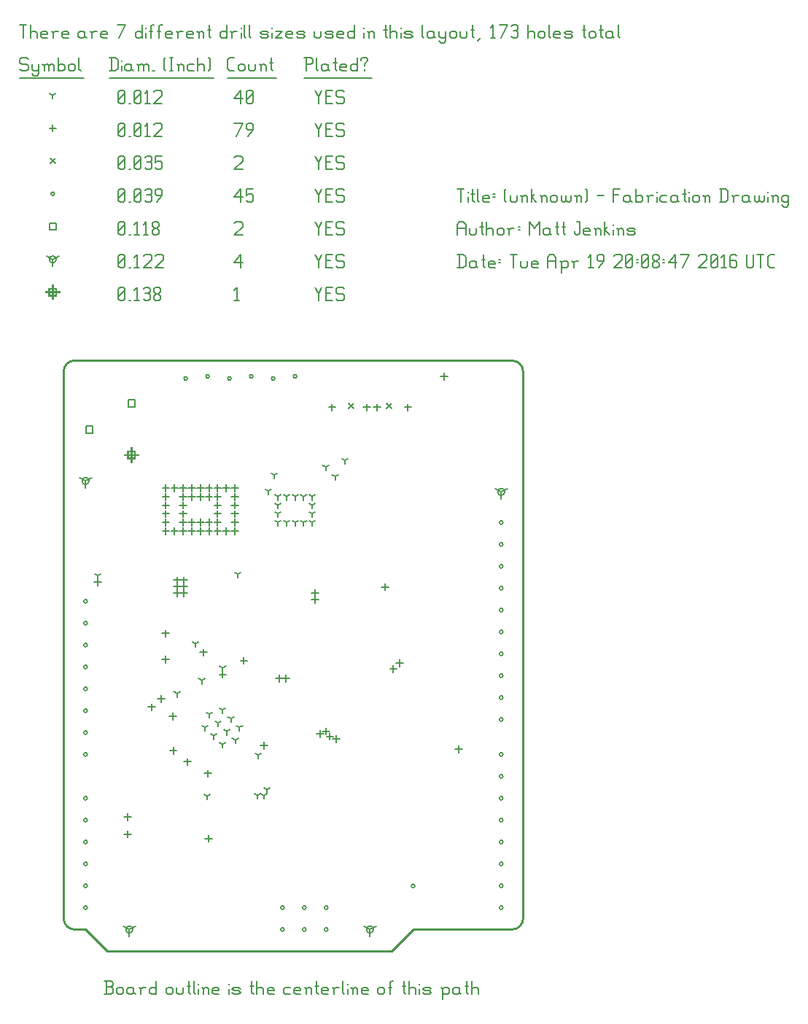
<source format=gbr>
G04 start of page 12 for group -3984 idx -3984 *
G04 Title: (unknown), fab *
G04 Creator: pcb 1.99z *
G04 CreationDate: Tue Apr 19 20:08:47 2016 UTC *
G04 For: matt *
G04 Format: Gerber/RS-274X *
G04 PCB-Dimensions (mil): 2500.00 3000.00 *
G04 PCB-Coordinate-Origin: lower left *
%MOIN*%
%FSLAX25Y25*%
%LNFAB*%
%ADD97C,0.0100*%
%ADD96C,0.0075*%
%ADD95C,0.0060*%
%ADD94R,0.0080X0.0080*%
G54D94*X51000Y240078D02*Y233678D01*
X47800Y236878D02*X54200D01*
X49400Y238478D02*X52600D01*
X49400D02*Y235278D01*
X52600D01*
Y238478D02*Y235278D01*
X15000Y314450D02*Y308050D01*
X11800Y311250D02*X18200D01*
X13400Y312850D02*X16600D01*
X13400D02*Y309650D01*
X16600D01*
Y312850D02*Y309650D01*
G54D95*X135000Y313500D02*X136500Y310500D01*
X138000Y313500D01*
X136500Y310500D02*Y307500D01*
X139800Y310800D02*X142050D01*
X139800Y307500D02*X142800D01*
X139800Y313500D02*Y307500D01*
Y313500D02*X142800D01*
X147600D02*X148350Y312750D01*
X145350Y313500D02*X147600D01*
X144600Y312750D02*X145350Y313500D01*
X144600Y312750D02*Y311250D01*
X145350Y310500D01*
X147600D01*
X148350Y309750D01*
Y308250D01*
X147600Y307500D02*X148350Y308250D01*
X145350Y307500D02*X147600D01*
X144600Y308250D02*X145350Y307500D01*
X98000Y312300D02*X99200Y313500D01*
Y307500D01*
X98000D02*X100250D01*
X45000Y308250D02*X45750Y307500D01*
X45000Y312750D02*Y308250D01*
Y312750D02*X45750Y313500D01*
X47250D01*
X48000Y312750D01*
Y308250D01*
X47250Y307500D02*X48000Y308250D01*
X45750Y307500D02*X47250D01*
X45000Y309000D02*X48000Y312000D01*
X49800Y307500D02*X50550D01*
X52350Y312300D02*X53550Y313500D01*
Y307500D01*
X52350D02*X54600D01*
X56400Y312750D02*X57150Y313500D01*
X58650D01*
X59400Y312750D01*
X58650Y307500D02*X59400Y308250D01*
X57150Y307500D02*X58650D01*
X56400Y308250D02*X57150Y307500D01*
Y310800D02*X58650D01*
X59400Y312750D02*Y311550D01*
Y310050D02*Y308250D01*
Y310050D02*X58650Y310800D01*
X59400Y311550D02*X58650Y310800D01*
X61200Y308250D02*X61950Y307500D01*
X61200Y309450D02*Y308250D01*
Y309450D02*X62250Y310500D01*
X63150D01*
X64200Y309450D01*
Y308250D01*
X63450Y307500D02*X64200Y308250D01*
X61950Y307500D02*X63450D01*
X61200Y311550D02*X62250Y310500D01*
X61200Y312750D02*Y311550D01*
Y312750D02*X61950Y313500D01*
X63450D01*
X64200Y312750D01*
Y311550D01*
X63150Y310500D02*X64200Y311550D01*
X220000Y220000D02*Y216800D01*
Y220000D02*X222773Y221600D01*
X220000Y220000D02*X217227Y221600D01*
X218400Y220000D02*G75*G03X221600Y220000I1600J0D01*G01*
G75*G03X218400Y220000I-1600J0D01*G01*
X160000Y20000D02*Y16800D01*
Y20000D02*X162773Y21600D01*
X160000Y20000D02*X157227Y21600D01*
X158400Y20000D02*G75*G03X161600Y20000I1600J0D01*G01*
G75*G03X158400Y20000I-1600J0D01*G01*
X50000D02*Y16800D01*
Y20000D02*X52773Y21600D01*
X50000Y20000D02*X47227Y21600D01*
X48400Y20000D02*G75*G03X51600Y20000I1600J0D01*G01*
G75*G03X48400Y20000I-1600J0D01*G01*
X30000Y225000D02*Y221800D01*
Y225000D02*X32773Y226600D01*
X30000Y225000D02*X27227Y226600D01*
X28400Y225000D02*G75*G03X31600Y225000I1600J0D01*G01*
G75*G03X28400Y225000I-1600J0D01*G01*
X15000Y326250D02*Y323050D01*
Y326250D02*X17773Y327850D01*
X15000Y326250D02*X12227Y327850D01*
X13400Y326250D02*G75*G03X16600Y326250I1600J0D01*G01*
G75*G03X13400Y326250I-1600J0D01*G01*
X135000Y328500D02*X136500Y325500D01*
X138000Y328500D01*
X136500Y325500D02*Y322500D01*
X139800Y325800D02*X142050D01*
X139800Y322500D02*X142800D01*
X139800Y328500D02*Y322500D01*
Y328500D02*X142800D01*
X147600D02*X148350Y327750D01*
X145350Y328500D02*X147600D01*
X144600Y327750D02*X145350Y328500D01*
X144600Y327750D02*Y326250D01*
X145350Y325500D01*
X147600D01*
X148350Y324750D01*
Y323250D01*
X147600Y322500D02*X148350Y323250D01*
X145350Y322500D02*X147600D01*
X144600Y323250D02*X145350Y322500D01*
X98000Y324750D02*X101000Y328500D01*
X98000Y324750D02*X101750D01*
X101000Y328500D02*Y322500D01*
X45000Y323250D02*X45750Y322500D01*
X45000Y327750D02*Y323250D01*
Y327750D02*X45750Y328500D01*
X47250D01*
X48000Y327750D01*
Y323250D01*
X47250Y322500D02*X48000Y323250D01*
X45750Y322500D02*X47250D01*
X45000Y324000D02*X48000Y327000D01*
X49800Y322500D02*X50550D01*
X52350Y327300D02*X53550Y328500D01*
Y322500D01*
X52350D02*X54600D01*
X56400Y327750D02*X57150Y328500D01*
X59400D01*
X60150Y327750D01*
Y326250D01*
X56400Y322500D02*X60150Y326250D01*
X56400Y322500D02*X60150D01*
X61950Y327750D02*X62700Y328500D01*
X64950D01*
X65700Y327750D01*
Y326250D01*
X61950Y322500D02*X65700Y326250D01*
X61950Y322500D02*X65700D01*
X30109Y250092D02*X33309D01*
X30109D02*Y246892D01*
X33309D01*
Y250092D02*Y246892D01*
X49400Y262100D02*X52600D01*
X49400D02*Y258900D01*
X52600D01*
Y262100D02*Y258900D01*
X13400Y342850D02*X16600D01*
X13400D02*Y339650D01*
X16600D01*
Y342850D02*Y339650D01*
X135000Y343500D02*X136500Y340500D01*
X138000Y343500D01*
X136500Y340500D02*Y337500D01*
X139800Y340800D02*X142050D01*
X139800Y337500D02*X142800D01*
X139800Y343500D02*Y337500D01*
Y343500D02*X142800D01*
X147600D02*X148350Y342750D01*
X145350Y343500D02*X147600D01*
X144600Y342750D02*X145350Y343500D01*
X144600Y342750D02*Y341250D01*
X145350Y340500D01*
X147600D01*
X148350Y339750D01*
Y338250D01*
X147600Y337500D02*X148350Y338250D01*
X145350Y337500D02*X147600D01*
X144600Y338250D02*X145350Y337500D01*
X98000Y342750D02*X98750Y343500D01*
X101000D01*
X101750Y342750D01*
Y341250D01*
X98000Y337500D02*X101750Y341250D01*
X98000Y337500D02*X101750D01*
X45000Y338250D02*X45750Y337500D01*
X45000Y342750D02*Y338250D01*
Y342750D02*X45750Y343500D01*
X47250D01*
X48000Y342750D01*
Y338250D01*
X47250Y337500D02*X48000Y338250D01*
X45750Y337500D02*X47250D01*
X45000Y339000D02*X48000Y342000D01*
X49800Y337500D02*X50550D01*
X52350Y342300D02*X53550Y343500D01*
Y337500D01*
X52350D02*X54600D01*
X56400Y342300D02*X57600Y343500D01*
Y337500D01*
X56400D02*X58650D01*
X60450Y338250D02*X61200Y337500D01*
X60450Y339450D02*Y338250D01*
Y339450D02*X61500Y340500D01*
X62400D01*
X63450Y339450D01*
Y338250D01*
X62700Y337500D02*X63450Y338250D01*
X61200Y337500D02*X62700D01*
X60450Y341550D02*X61500Y340500D01*
X60450Y342750D02*Y341550D01*
Y342750D02*X61200Y343500D01*
X62700D01*
X63450Y342750D01*
Y341550D01*
X62400Y340500D02*X63450Y341550D01*
X29200Y80000D02*G75*G03X30800Y80000I800J0D01*G01*
G75*G03X29200Y80000I-800J0D01*G01*
Y70000D02*G75*G03X30800Y70000I800J0D01*G01*
G75*G03X29200Y70000I-800J0D01*G01*
Y60000D02*G75*G03X30800Y60000I800J0D01*G01*
G75*G03X29200Y60000I-800J0D01*G01*
Y50000D02*G75*G03X30800Y50000I800J0D01*G01*
G75*G03X29200Y50000I-800J0D01*G01*
Y40000D02*G75*G03X30800Y40000I800J0D01*G01*
G75*G03X29200Y40000I-800J0D01*G01*
Y30000D02*G75*G03X30800Y30000I800J0D01*G01*
G75*G03X29200Y30000I-800J0D01*G01*
X139200D02*G75*G03X140800Y30000I800J0D01*G01*
G75*G03X139200Y30000I-800J0D01*G01*
Y20000D02*G75*G03X140800Y20000I800J0D01*G01*
G75*G03X139200Y20000I-800J0D01*G01*
X129200Y30000D02*G75*G03X130800Y30000I800J0D01*G01*
G75*G03X129200Y30000I-800J0D01*G01*
Y20000D02*G75*G03X130800Y20000I800J0D01*G01*
G75*G03X129200Y20000I-800J0D01*G01*
X119200Y30000D02*G75*G03X120800Y30000I800J0D01*G01*
G75*G03X119200Y30000I-800J0D01*G01*
Y20000D02*G75*G03X120800Y20000I800J0D01*G01*
G75*G03X119200Y20000I-800J0D01*G01*
X29200Y170000D02*G75*G03X30800Y170000I800J0D01*G01*
G75*G03X29200Y170000I-800J0D01*G01*
Y160000D02*G75*G03X30800Y160000I800J0D01*G01*
G75*G03X29200Y160000I-800J0D01*G01*
Y150000D02*G75*G03X30800Y150000I800J0D01*G01*
G75*G03X29200Y150000I-800J0D01*G01*
Y140000D02*G75*G03X30800Y140000I800J0D01*G01*
G75*G03X29200Y140000I-800J0D01*G01*
Y130000D02*G75*G03X30800Y130000I800J0D01*G01*
G75*G03X29200Y130000I-800J0D01*G01*
Y120000D02*G75*G03X30800Y120000I800J0D01*G01*
G75*G03X29200Y120000I-800J0D01*G01*
Y110000D02*G75*G03X30800Y110000I800J0D01*G01*
G75*G03X29200Y110000I-800J0D01*G01*
Y100000D02*G75*G03X30800Y100000I800J0D01*G01*
G75*G03X29200Y100000I-800J0D01*G01*
X219200Y30000D02*G75*G03X220800Y30000I800J0D01*G01*
G75*G03X219200Y30000I-800J0D01*G01*
Y40000D02*G75*G03X220800Y40000I800J0D01*G01*
G75*G03X219200Y40000I-800J0D01*G01*
Y50000D02*G75*G03X220800Y50000I800J0D01*G01*
G75*G03X219200Y50000I-800J0D01*G01*
Y60000D02*G75*G03X220800Y60000I800J0D01*G01*
G75*G03X219200Y60000I-800J0D01*G01*
Y70000D02*G75*G03X220800Y70000I800J0D01*G01*
G75*G03X219200Y70000I-800J0D01*G01*
Y80000D02*G75*G03X220800Y80000I800J0D01*G01*
G75*G03X219200Y80000I-800J0D01*G01*
Y90000D02*G75*G03X220800Y90000I800J0D01*G01*
G75*G03X219200Y90000I-800J0D01*G01*
Y100000D02*G75*G03X220800Y100000I800J0D01*G01*
G75*G03X219200Y100000I-800J0D01*G01*
X124987Y272835D02*G75*G03X126587Y272835I800J0D01*G01*
G75*G03X124987Y272835I-800J0D01*G01*
X114987Y271835D02*G75*G03X116587Y271835I800J0D01*G01*
G75*G03X114987Y271835I-800J0D01*G01*
X104987Y272835D02*G75*G03X106587Y272835I800J0D01*G01*
G75*G03X104987Y272835I-800J0D01*G01*
X94987Y271835D02*G75*G03X96587Y271835I800J0D01*G01*
G75*G03X94987Y271835I-800J0D01*G01*
X84987Y272835D02*G75*G03X86587Y272835I800J0D01*G01*
G75*G03X84987Y272835I-800J0D01*G01*
X74987Y271835D02*G75*G03X76587Y271835I800J0D01*G01*
G75*G03X74987Y271835I-800J0D01*G01*
X219200Y116000D02*G75*G03X220800Y116000I800J0D01*G01*
G75*G03X219200Y116000I-800J0D01*G01*
Y126000D02*G75*G03X220800Y126000I800J0D01*G01*
G75*G03X219200Y126000I-800J0D01*G01*
Y136000D02*G75*G03X220800Y136000I800J0D01*G01*
G75*G03X219200Y136000I-800J0D01*G01*
Y146000D02*G75*G03X220800Y146000I800J0D01*G01*
G75*G03X219200Y146000I-800J0D01*G01*
Y156000D02*G75*G03X220800Y156000I800J0D01*G01*
G75*G03X219200Y156000I-800J0D01*G01*
Y166000D02*G75*G03X220800Y166000I800J0D01*G01*
G75*G03X219200Y166000I-800J0D01*G01*
Y176000D02*G75*G03X220800Y176000I800J0D01*G01*
G75*G03X219200Y176000I-800J0D01*G01*
Y186000D02*G75*G03X220800Y186000I800J0D01*G01*
G75*G03X219200Y186000I-800J0D01*G01*
Y196000D02*G75*G03X220800Y196000I800J0D01*G01*
G75*G03X219200Y196000I-800J0D01*G01*
Y206000D02*G75*G03X220800Y206000I800J0D01*G01*
G75*G03X219200Y206000I-800J0D01*G01*
X178940Y39886D02*G75*G03X180540Y39886I800J0D01*G01*
G75*G03X178940Y39886I-800J0D01*G01*
X14200Y356250D02*G75*G03X15800Y356250I800J0D01*G01*
G75*G03X14200Y356250I-800J0D01*G01*
X135000Y358500D02*X136500Y355500D01*
X138000Y358500D01*
X136500Y355500D02*Y352500D01*
X139800Y355800D02*X142050D01*
X139800Y352500D02*X142800D01*
X139800Y358500D02*Y352500D01*
Y358500D02*X142800D01*
X147600D02*X148350Y357750D01*
X145350Y358500D02*X147600D01*
X144600Y357750D02*X145350Y358500D01*
X144600Y357750D02*Y356250D01*
X145350Y355500D01*
X147600D01*
X148350Y354750D01*
Y353250D01*
X147600Y352500D02*X148350Y353250D01*
X145350Y352500D02*X147600D01*
X144600Y353250D02*X145350Y352500D01*
X98000Y354750D02*X101000Y358500D01*
X98000Y354750D02*X101750D01*
X101000Y358500D02*Y352500D01*
X103550Y358500D02*X106550D01*
X103550D02*Y355500D01*
X104300Y356250D01*
X105800D01*
X106550Y355500D01*
Y353250D01*
X105800Y352500D02*X106550Y353250D01*
X104300Y352500D02*X105800D01*
X103550Y353250D02*X104300Y352500D01*
X45000Y353250D02*X45750Y352500D01*
X45000Y357750D02*Y353250D01*
Y357750D02*X45750Y358500D01*
X47250D01*
X48000Y357750D01*
Y353250D01*
X47250Y352500D02*X48000Y353250D01*
X45750Y352500D02*X47250D01*
X45000Y354000D02*X48000Y357000D01*
X49800Y352500D02*X50550D01*
X52350Y353250D02*X53100Y352500D01*
X52350Y357750D02*Y353250D01*
Y357750D02*X53100Y358500D01*
X54600D01*
X55350Y357750D01*
Y353250D01*
X54600Y352500D02*X55350Y353250D01*
X53100Y352500D02*X54600D01*
X52350Y354000D02*X55350Y357000D01*
X57150Y357750D02*X57900Y358500D01*
X59400D01*
X60150Y357750D01*
X59400Y352500D02*X60150Y353250D01*
X57900Y352500D02*X59400D01*
X57150Y353250D02*X57900Y352500D01*
Y355800D02*X59400D01*
X60150Y357750D02*Y356550D01*
Y355050D02*Y353250D01*
Y355050D02*X59400Y355800D01*
X60150Y356550D02*X59400Y355800D01*
X62700Y352500D02*X64950Y355500D01*
Y357750D02*Y355500D01*
X64200Y358500D02*X64950Y357750D01*
X62700Y358500D02*X64200D01*
X61950Y357750D02*X62700Y358500D01*
X61950Y357750D02*Y356250D01*
X62700Y355500D01*
X64950D01*
X150139Y260511D02*X152539Y258111D01*
X150139D02*X152539Y260511D01*
X167461D02*X169861Y258111D01*
X167461D02*X169861Y260511D01*
X13800Y372450D02*X16200Y370050D01*
X13800D02*X16200Y372450D01*
X135000Y373500D02*X136500Y370500D01*
X138000Y373500D01*
X136500Y370500D02*Y367500D01*
X139800Y370800D02*X142050D01*
X139800Y367500D02*X142800D01*
X139800Y373500D02*Y367500D01*
Y373500D02*X142800D01*
X147600D02*X148350Y372750D01*
X145350Y373500D02*X147600D01*
X144600Y372750D02*X145350Y373500D01*
X144600Y372750D02*Y371250D01*
X145350Y370500D01*
X147600D01*
X148350Y369750D01*
Y368250D01*
X147600Y367500D02*X148350Y368250D01*
X145350Y367500D02*X147600D01*
X144600Y368250D02*X145350Y367500D01*
X98000Y372750D02*X98750Y373500D01*
X101000D01*
X101750Y372750D01*
Y371250D01*
X98000Y367500D02*X101750Y371250D01*
X98000Y367500D02*X101750D01*
X45000Y368250D02*X45750Y367500D01*
X45000Y372750D02*Y368250D01*
Y372750D02*X45750Y373500D01*
X47250D01*
X48000Y372750D01*
Y368250D01*
X47250Y367500D02*X48000Y368250D01*
X45750Y367500D02*X47250D01*
X45000Y369000D02*X48000Y372000D01*
X49800Y367500D02*X50550D01*
X52350Y368250D02*X53100Y367500D01*
X52350Y372750D02*Y368250D01*
Y372750D02*X53100Y373500D01*
X54600D01*
X55350Y372750D01*
Y368250D01*
X54600Y367500D02*X55350Y368250D01*
X53100Y367500D02*X54600D01*
X52350Y369000D02*X55350Y372000D01*
X57150Y372750D02*X57900Y373500D01*
X59400D01*
X60150Y372750D01*
X59400Y367500D02*X60150Y368250D01*
X57900Y367500D02*X59400D01*
X57150Y368250D02*X57900Y367500D01*
Y370800D02*X59400D01*
X60150Y372750D02*Y371550D01*
Y370050D02*Y368250D01*
Y370050D02*X59400Y370800D01*
X60150Y371550D02*X59400Y370800D01*
X61950Y373500D02*X64950D01*
X61950D02*Y370500D01*
X62700Y371250D01*
X64200D01*
X64950Y370500D01*
Y368250D01*
X64200Y367500D02*X64950Y368250D01*
X62700Y367500D02*X64200D01*
X61950Y368250D02*X62700Y367500D01*
X158661Y260261D02*Y257061D01*
X157061Y258661D02*X160261D01*
X163189Y260261D02*Y257061D01*
X161589Y258661D02*X164789D01*
X92717Y138214D02*Y135014D01*
X91117Y136614D02*X94317D01*
X85827Y92939D02*Y89739D01*
X84227Y91339D02*X87427D01*
X111614Y105734D02*Y102534D01*
X110014Y104134D02*X113214D01*
X200591Y104159D02*Y100959D01*
X198991Y102559D02*X202191D01*
X144488Y108687D02*Y105487D01*
X142888Y107087D02*X146088D01*
X141732Y109868D02*Y106668D01*
X140132Y108268D02*X143332D01*
X137205Y111049D02*Y107849D01*
X135605Y109449D02*X138805D01*
X49213Y73057D02*Y69857D01*
X47613Y71457D02*X50813D01*
X49213Y65183D02*Y61983D01*
X47613Y63583D02*X50813D01*
X118504Y136443D02*Y133243D01*
X116904Y134843D02*X120104D01*
X121654Y136443D02*Y133243D01*
X120054Y134843D02*X123254D01*
X69882Y119120D02*Y115920D01*
X68282Y117520D02*X71482D01*
X193898Y274435D02*Y271235D01*
X192298Y272835D02*X195498D01*
X60236Y123254D02*Y120054D01*
X58636Y121654D02*X61836D01*
X142717Y260261D02*Y257061D01*
X141117Y258661D02*X144317D01*
X177362Y260261D02*Y257061D01*
X175762Y258661D02*X178962D01*
X66535Y156915D02*Y153715D01*
X64935Y155315D02*X68135D01*
X64567Y126994D02*Y123794D01*
X62967Y125394D02*X66167D01*
X83858Y148254D02*Y145054D01*
X82258Y146654D02*X85458D01*
X66535Y145104D02*Y141904D01*
X64935Y143504D02*X68135D01*
X86220Y63214D02*Y60014D01*
X84620Y61614D02*X87820D01*
X173622Y143332D02*Y140132D01*
X172022Y141732D02*X175222D01*
X170669Y140773D02*Y137573D01*
X169069Y139173D02*X172269D01*
X74803Y178313D02*Y175113D01*
X73203Y176713D02*X76403D01*
X74803Y181265D02*Y178065D01*
X73203Y179665D02*X76403D01*
X74803Y175360D02*Y172160D01*
X73203Y173760D02*X76403D01*
X71850Y178313D02*Y175113D01*
X70250Y176713D02*X73450D01*
X71850Y181265D02*Y178065D01*
X70250Y179665D02*X73450D01*
X71850Y175360D02*Y172160D01*
X70250Y173760D02*X73450D01*
X166929Y178175D02*Y174975D01*
X165329Y176575D02*X168529D01*
X35630Y180340D02*Y177140D01*
X34030Y178740D02*X37230D01*
X134843Y175419D02*Y172219D01*
X133243Y173819D02*X136443D01*
X134843Y172466D02*Y169266D01*
X133243Y170866D02*X136443D01*
X76575Y98254D02*Y95054D01*
X74975Y96654D02*X78175D01*
X70079Y103372D02*Y100172D01*
X68479Y101772D02*X71679D01*
X102362Y144513D02*Y141313D01*
X100762Y142913D02*X103962D01*
X74606Y211580D02*Y208380D01*
X73006Y209980D02*X76206D01*
X74606Y215517D02*Y212317D01*
X73006Y213917D02*X76206D01*
X74606Y219454D02*Y216254D01*
X73006Y217854D02*X76206D01*
X78543Y219454D02*Y216254D01*
X76943Y217854D02*X80143D01*
X82480Y219454D02*Y216254D01*
X80880Y217854D02*X84080D01*
X86417Y219454D02*Y216254D01*
X84817Y217854D02*X88017D01*
X90354Y219454D02*Y216254D01*
X88754Y217854D02*X91954D01*
X90354Y215517D02*Y212317D01*
X88754Y213917D02*X91954D01*
X90354Y211580D02*Y208380D01*
X88754Y209980D02*X91954D01*
X90354Y207643D02*Y204443D01*
X88754Y206043D02*X91954D01*
X86417Y207643D02*Y204443D01*
X84817Y206043D02*X88017D01*
X82480Y207643D02*Y204443D01*
X80880Y206043D02*X84080D01*
X78543Y207643D02*Y204443D01*
X76943Y206043D02*X80143D01*
X74606Y207643D02*Y204443D01*
X73006Y206043D02*X76206D01*
X82480Y223391D02*Y220191D01*
X80880Y221791D02*X84080D01*
X86417Y223391D02*Y220191D01*
X84817Y221791D02*X88017D01*
X90354Y223391D02*Y220191D01*
X88754Y221791D02*X91954D01*
X94291Y223391D02*Y220191D01*
X92691Y221791D02*X95891D01*
X98228Y223391D02*Y220191D01*
X96628Y221791D02*X99828D01*
X98228Y219454D02*Y216254D01*
X96628Y217854D02*X99828D01*
X98228Y215517D02*Y212317D01*
X96628Y213917D02*X99828D01*
X98228Y211580D02*Y208380D01*
X96628Y209980D02*X99828D01*
X98228Y207643D02*Y204443D01*
X96628Y206043D02*X99828D01*
X98228Y203706D02*Y200506D01*
X96628Y202106D02*X99828D01*
X94291Y203706D02*Y200506D01*
X92691Y202106D02*X95891D01*
X90354Y203706D02*Y200506D01*
X88754Y202106D02*X91954D01*
X86417Y203706D02*Y200506D01*
X84817Y202106D02*X88017D01*
X82480Y203706D02*Y200506D01*
X80880Y202106D02*X84080D01*
X78543Y203706D02*Y200506D01*
X76943Y202106D02*X80143D01*
X74606Y203706D02*Y200506D01*
X73006Y202106D02*X76206D01*
X70669Y203706D02*Y200506D01*
X69069Y202106D02*X72269D01*
X66732Y203706D02*Y200506D01*
X65132Y202106D02*X68332D01*
X78543Y223391D02*Y220191D01*
X76943Y221791D02*X80143D01*
X74606Y223391D02*Y220191D01*
X73006Y221791D02*X76206D01*
X70669Y223391D02*Y220191D01*
X69069Y221791D02*X72269D01*
X66732Y223391D02*Y220191D01*
X65132Y221791D02*X68332D01*
X66732Y219454D02*Y216254D01*
X65132Y217854D02*X68332D01*
X66732Y215517D02*Y212317D01*
X65132Y213917D02*X68332D01*
X66732Y211580D02*Y208380D01*
X65132Y209980D02*X68332D01*
X66732Y207643D02*Y204443D01*
X65132Y206043D02*X68332D01*
X139961Y112230D02*Y109030D01*
X138361Y110630D02*X141561D01*
X15000Y387850D02*Y384650D01*
X13400Y386250D02*X16600D01*
X135000Y388500D02*X136500Y385500D01*
X138000Y388500D01*
X136500Y385500D02*Y382500D01*
X139800Y385800D02*X142050D01*
X139800Y382500D02*X142800D01*
X139800Y388500D02*Y382500D01*
Y388500D02*X142800D01*
X147600D02*X148350Y387750D01*
X145350Y388500D02*X147600D01*
X144600Y387750D02*X145350Y388500D01*
X144600Y387750D02*Y386250D01*
X145350Y385500D01*
X147600D01*
X148350Y384750D01*
Y383250D01*
X147600Y382500D02*X148350Y383250D01*
X145350Y382500D02*X147600D01*
X144600Y383250D02*X145350Y382500D01*
X98750D02*X101750Y388500D01*
X98000D02*X101750D01*
X104300Y382500D02*X106550Y385500D01*
Y387750D02*Y385500D01*
X105800Y388500D02*X106550Y387750D01*
X104300Y388500D02*X105800D01*
X103550Y387750D02*X104300Y388500D01*
X103550Y387750D02*Y386250D01*
X104300Y385500D01*
X106550D01*
X45000Y383250D02*X45750Y382500D01*
X45000Y387750D02*Y383250D01*
Y387750D02*X45750Y388500D01*
X47250D01*
X48000Y387750D01*
Y383250D01*
X47250Y382500D02*X48000Y383250D01*
X45750Y382500D02*X47250D01*
X45000Y384000D02*X48000Y387000D01*
X49800Y382500D02*X50550D01*
X52350Y383250D02*X53100Y382500D01*
X52350Y387750D02*Y383250D01*
Y387750D02*X53100Y388500D01*
X54600D01*
X55350Y387750D01*
Y383250D01*
X54600Y382500D02*X55350Y383250D01*
X53100Y382500D02*X54600D01*
X52350Y384000D02*X55350Y387000D01*
X57150Y387300D02*X58350Y388500D01*
Y382500D01*
X57150D02*X59400D01*
X61200Y387750D02*X61950Y388500D01*
X64200D01*
X64950Y387750D01*
Y386250D01*
X61200Y382500D02*X64950Y386250D01*
X61200Y382500D02*X64950D01*
X35630Y181693D02*Y180093D01*
Y181693D02*X37017Y182493D01*
X35630Y181693D02*X34243Y182493D01*
X92717Y139567D02*Y137967D01*
Y139567D02*X94103Y140367D01*
X92717Y139567D02*X91330Y140367D01*
X108858Y99803D02*Y98203D01*
Y99803D02*X110245Y100603D01*
X108858Y99803D02*X107472Y100603D01*
X108465Y81299D02*Y79699D01*
Y81299D02*X109851Y82099D01*
X108465Y81299D02*X107078Y82099D01*
X111417Y81299D02*Y79699D01*
Y81299D02*X112804Y82099D01*
X111417Y81299D02*X110031Y82099D01*
X112992Y83858D02*Y82258D01*
Y83858D02*X114379Y84658D01*
X112992Y83858D02*X111605Y84658D01*
X85630Y80906D02*Y79306D01*
Y80906D02*X87017Y81706D01*
X85630Y80906D02*X84243Y81706D01*
X113583Y220472D02*Y218872D01*
Y220472D02*X114969Y221272D01*
X113583Y220472D02*X112196Y221272D01*
X99606Y182480D02*Y180880D01*
Y182480D02*X100993Y183280D01*
X99606Y182480D02*X98220Y183280D01*
X90531Y114469D02*Y112869D01*
Y114469D02*X91918Y115269D01*
X90531Y114469D02*X89145Y115269D01*
X86594Y118406D02*Y116806D01*
Y118406D02*X87981Y119206D01*
X86594Y118406D02*X85208Y119206D01*
X94469Y110531D02*Y108931D01*
Y110531D02*X95855Y111331D01*
X94469Y110531D02*X93082Y111331D01*
X98406Y106594D02*Y104994D01*
Y106594D02*X99792Y107394D01*
X98406Y106594D02*X97019Y107394D01*
X100374Y112500D02*Y110900D01*
Y112500D02*X101761Y113300D01*
X100374Y112500D02*X98987Y113300D01*
X96437Y116437D02*Y114837D01*
Y116437D02*X97824Y117237D01*
X96437Y116437D02*X95050Y117237D01*
X92500Y120374D02*Y118774D01*
Y120374D02*X93887Y121174D01*
X92500Y120374D02*X91113Y121174D01*
X84626Y112500D02*Y110900D01*
Y112500D02*X86013Y113300D01*
X84626Y112500D02*X83239Y113300D01*
X88563Y108563D02*Y106963D01*
Y108563D02*X89950Y109363D01*
X88563Y108563D02*X87176Y109363D01*
X92500Y104626D02*Y103026D01*
Y104626D02*X93887Y105426D01*
X92500Y104626D02*X91113Y105426D01*
X117913Y209980D02*Y208380D01*
Y209980D02*X119300Y210780D01*
X117913Y209980D02*X116527Y210780D01*
X117913Y213917D02*Y212317D01*
Y213917D02*X119300Y214717D01*
X117913Y213917D02*X116527Y214717D01*
X117913Y217854D02*Y216254D01*
Y217854D02*X119300Y218654D01*
X117913Y217854D02*X116527Y218654D01*
X121850Y217854D02*Y216254D01*
Y217854D02*X123237Y218654D01*
X121850Y217854D02*X120464Y218654D01*
X125787Y217854D02*Y216254D01*
Y217854D02*X127174Y218654D01*
X125787Y217854D02*X124401Y218654D01*
X129724Y217854D02*Y216254D01*
Y217854D02*X131111Y218654D01*
X129724Y217854D02*X128338Y218654D01*
X133661Y217854D02*Y216254D01*
Y217854D02*X135048Y218654D01*
X133661Y217854D02*X132275Y218654D01*
X133661Y213917D02*Y212317D01*
Y213917D02*X135048Y214717D01*
X133661Y213917D02*X132275Y214717D01*
X133661Y209980D02*Y208380D01*
Y209980D02*X135048Y210780D01*
X133661Y209980D02*X132275Y210780D01*
X133661Y206043D02*Y204443D01*
Y206043D02*X135048Y206843D01*
X133661Y206043D02*X132275Y206843D01*
X129724Y206043D02*Y204443D01*
Y206043D02*X131111Y206843D01*
X129724Y206043D02*X128338Y206843D01*
X125787Y206043D02*Y204443D01*
Y206043D02*X127174Y206843D01*
X125787Y206043D02*X124401Y206843D01*
X121850Y206043D02*Y204443D01*
Y206043D02*X123237Y206843D01*
X121850Y206043D02*X120464Y206843D01*
X117913Y206043D02*Y204443D01*
Y206043D02*X119300Y206843D01*
X117913Y206043D02*X116527Y206843D01*
X139764Y231496D02*Y229896D01*
Y231496D02*X141150Y232296D01*
X139764Y231496D02*X138377Y232296D01*
X116142Y227756D02*Y226156D01*
Y227756D02*X117528Y228556D01*
X116142Y227756D02*X114755Y228556D01*
X144094Y226969D02*Y225369D01*
Y226969D02*X145481Y227769D01*
X144094Y226969D02*X142708Y227769D01*
X148622Y234449D02*Y232849D01*
Y234449D02*X150009Y235249D01*
X148622Y234449D02*X147235Y235249D01*
X83071Y133858D02*Y132258D01*
Y133858D02*X84458Y134658D01*
X83071Y133858D02*X81684Y134658D01*
X80315Y150591D02*Y148991D01*
Y150591D02*X81702Y151391D01*
X80315Y150591D02*X78928Y151391D01*
X71740Y127886D02*Y126286D01*
Y127886D02*X73127Y128686D01*
X71740Y127886D02*X70353Y128686D01*
X15000Y401250D02*Y399650D01*
Y401250D02*X16387Y402050D01*
X15000Y401250D02*X13613Y402050D01*
X135000Y403500D02*X136500Y400500D01*
X138000Y403500D01*
X136500Y400500D02*Y397500D01*
X139800Y400800D02*X142050D01*
X139800Y397500D02*X142800D01*
X139800Y403500D02*Y397500D01*
Y403500D02*X142800D01*
X147600D02*X148350Y402750D01*
X145350Y403500D02*X147600D01*
X144600Y402750D02*X145350Y403500D01*
X144600Y402750D02*Y401250D01*
X145350Y400500D01*
X147600D01*
X148350Y399750D01*
Y398250D01*
X147600Y397500D02*X148350Y398250D01*
X145350Y397500D02*X147600D01*
X144600Y398250D02*X145350Y397500D01*
X98000Y399750D02*X101000Y403500D01*
X98000Y399750D02*X101750D01*
X101000Y403500D02*Y397500D01*
X103550Y398250D02*X104300Y397500D01*
X103550Y402750D02*Y398250D01*
Y402750D02*X104300Y403500D01*
X105800D01*
X106550Y402750D01*
Y398250D01*
X105800Y397500D02*X106550Y398250D01*
X104300Y397500D02*X105800D01*
X103550Y399000D02*X106550Y402000D01*
X45000Y398250D02*X45750Y397500D01*
X45000Y402750D02*Y398250D01*
Y402750D02*X45750Y403500D01*
X47250D01*
X48000Y402750D01*
Y398250D01*
X47250Y397500D02*X48000Y398250D01*
X45750Y397500D02*X47250D01*
X45000Y399000D02*X48000Y402000D01*
X49800Y397500D02*X50550D01*
X52350Y398250D02*X53100Y397500D01*
X52350Y402750D02*Y398250D01*
Y402750D02*X53100Y403500D01*
X54600D01*
X55350Y402750D01*
Y398250D01*
X54600Y397500D02*X55350Y398250D01*
X53100Y397500D02*X54600D01*
X52350Y399000D02*X55350Y402000D01*
X57150Y402300D02*X58350Y403500D01*
Y397500D01*
X57150D02*X59400D01*
X61200Y402750D02*X61950Y403500D01*
X64200D01*
X64950Y402750D01*
Y401250D01*
X61200Y397500D02*X64950Y401250D01*
X61200Y397500D02*X64950D01*
X3000Y418500D02*X3750Y417750D01*
X750Y418500D02*X3000D01*
X0Y417750D02*X750Y418500D01*
X0Y417750D02*Y416250D01*
X750Y415500D01*
X3000D01*
X3750Y414750D01*
Y413250D01*
X3000Y412500D02*X3750Y413250D01*
X750Y412500D02*X3000D01*
X0Y413250D02*X750Y412500D01*
X5550Y415500D02*Y413250D01*
X6300Y412500D01*
X8550Y415500D02*Y411000D01*
X7800Y410250D02*X8550Y411000D01*
X6300Y410250D02*X7800D01*
X5550Y411000D02*X6300Y410250D01*
Y412500D02*X7800D01*
X8550Y413250D01*
X11100Y414750D02*Y412500D01*
Y414750D02*X11850Y415500D01*
X12600D01*
X13350Y414750D01*
Y412500D01*
Y414750D02*X14100Y415500D01*
X14850D01*
X15600Y414750D01*
Y412500D01*
X10350Y415500D02*X11100Y414750D01*
X17400Y418500D02*Y412500D01*
Y413250D02*X18150Y412500D01*
X19650D01*
X20400Y413250D01*
Y414750D02*Y413250D01*
X19650Y415500D02*X20400Y414750D01*
X18150Y415500D02*X19650D01*
X17400Y414750D02*X18150Y415500D01*
X22200Y414750D02*Y413250D01*
Y414750D02*X22950Y415500D01*
X24450D01*
X25200Y414750D01*
Y413250D01*
X24450Y412500D02*X25200Y413250D01*
X22950Y412500D02*X24450D01*
X22200Y413250D02*X22950Y412500D01*
X27000Y418500D02*Y413250D01*
X27750Y412500D01*
X0Y409250D02*X29250D01*
X41750Y418500D02*Y412500D01*
X43700Y418500D02*X44750Y417450D01*
Y413550D01*
X43700Y412500D02*X44750Y413550D01*
X41000Y412500D02*X43700D01*
X41000Y418500D02*X43700D01*
G54D96*X46550Y417000D02*Y416850D01*
G54D95*Y414750D02*Y412500D01*
X50300Y415500D02*X51050Y414750D01*
X48800Y415500D02*X50300D01*
X48050Y414750D02*X48800Y415500D01*
X48050Y414750D02*Y413250D01*
X48800Y412500D01*
X51050Y415500D02*Y413250D01*
X51800Y412500D01*
X48800D02*X50300D01*
X51050Y413250D01*
X54350Y414750D02*Y412500D01*
Y414750D02*X55100Y415500D01*
X55850D01*
X56600Y414750D01*
Y412500D01*
Y414750D02*X57350Y415500D01*
X58100D01*
X58850Y414750D01*
Y412500D01*
X53600Y415500D02*X54350Y414750D01*
X60650Y412500D02*X61400D01*
X65900Y413250D02*X66650Y412500D01*
X65900Y417750D02*X66650Y418500D01*
X65900Y417750D02*Y413250D01*
X68450Y418500D02*X69950D01*
X69200D02*Y412500D01*
X68450D02*X69950D01*
X72500Y414750D02*Y412500D01*
Y414750D02*X73250Y415500D01*
X74000D01*
X74750Y414750D01*
Y412500D01*
X71750Y415500D02*X72500Y414750D01*
X77300Y415500D02*X79550D01*
X76550Y414750D02*X77300Y415500D01*
X76550Y414750D02*Y413250D01*
X77300Y412500D01*
X79550D01*
X81350Y418500D02*Y412500D01*
Y414750D02*X82100Y415500D01*
X83600D01*
X84350Y414750D01*
Y412500D01*
X86150Y418500D02*X86900Y417750D01*
Y413250D01*
X86150Y412500D02*X86900Y413250D01*
X41000Y409250D02*X88700D01*
X96050Y412500D02*X98000D01*
X95000Y413550D02*X96050Y412500D01*
X95000Y417450D02*Y413550D01*
Y417450D02*X96050Y418500D01*
X98000D01*
X99800Y414750D02*Y413250D01*
Y414750D02*X100550Y415500D01*
X102050D01*
X102800Y414750D01*
Y413250D01*
X102050Y412500D02*X102800Y413250D01*
X100550Y412500D02*X102050D01*
X99800Y413250D02*X100550Y412500D01*
X104600Y415500D02*Y413250D01*
X105350Y412500D01*
X106850D01*
X107600Y413250D01*
Y415500D02*Y413250D01*
X110150Y414750D02*Y412500D01*
Y414750D02*X110900Y415500D01*
X111650D01*
X112400Y414750D01*
Y412500D01*
X109400Y415500D02*X110150Y414750D01*
X114950Y418500D02*Y413250D01*
X115700Y412500D01*
X114200Y416250D02*X115700D01*
X95000Y409250D02*X117200D01*
X130750Y418500D02*Y412500D01*
X130000Y418500D02*X133000D01*
X133750Y417750D01*
Y416250D01*
X133000Y415500D02*X133750Y416250D01*
X130750Y415500D02*X133000D01*
X135550Y418500D02*Y413250D01*
X136300Y412500D01*
X140050Y415500D02*X140800Y414750D01*
X138550Y415500D02*X140050D01*
X137800Y414750D02*X138550Y415500D01*
X137800Y414750D02*Y413250D01*
X138550Y412500D01*
X140800Y415500D02*Y413250D01*
X141550Y412500D01*
X138550D02*X140050D01*
X140800Y413250D01*
X144100Y418500D02*Y413250D01*
X144850Y412500D01*
X143350Y416250D02*X144850D01*
X147100Y412500D02*X149350D01*
X146350Y413250D02*X147100Y412500D01*
X146350Y414750D02*Y413250D01*
Y414750D02*X147100Y415500D01*
X148600D01*
X149350Y414750D01*
X146350Y414000D02*X149350D01*
Y414750D02*Y414000D01*
X154150Y418500D02*Y412500D01*
X153400D02*X154150Y413250D01*
X151900Y412500D02*X153400D01*
X151150Y413250D02*X151900Y412500D01*
X151150Y414750D02*Y413250D01*
Y414750D02*X151900Y415500D01*
X153400D01*
X154150Y414750D01*
X157450Y415500D02*Y414750D01*
Y413250D02*Y412500D01*
X155950Y417750D02*Y417000D01*
Y417750D02*X156700Y418500D01*
X158200D01*
X158950Y417750D01*
Y417000D01*
X157450Y415500D02*X158950Y417000D01*
X130000Y409250D02*X160750D01*
X0Y433500D02*X3000D01*
X1500D02*Y427500D01*
X4800Y433500D02*Y427500D01*
Y429750D02*X5550Y430500D01*
X7050D01*
X7800Y429750D01*
Y427500D01*
X10350D02*X12600D01*
X9600Y428250D02*X10350Y427500D01*
X9600Y429750D02*Y428250D01*
Y429750D02*X10350Y430500D01*
X11850D01*
X12600Y429750D01*
X9600Y429000D02*X12600D01*
Y429750D02*Y429000D01*
X15150Y429750D02*Y427500D01*
Y429750D02*X15900Y430500D01*
X17400D01*
X14400D02*X15150Y429750D01*
X19950Y427500D02*X22200D01*
X19200Y428250D02*X19950Y427500D01*
X19200Y429750D02*Y428250D01*
Y429750D02*X19950Y430500D01*
X21450D01*
X22200Y429750D01*
X19200Y429000D02*X22200D01*
Y429750D02*Y429000D01*
X28950Y430500D02*X29700Y429750D01*
X27450Y430500D02*X28950D01*
X26700Y429750D02*X27450Y430500D01*
X26700Y429750D02*Y428250D01*
X27450Y427500D01*
X29700Y430500D02*Y428250D01*
X30450Y427500D01*
X27450D02*X28950D01*
X29700Y428250D01*
X33000Y429750D02*Y427500D01*
Y429750D02*X33750Y430500D01*
X35250D01*
X32250D02*X33000Y429750D01*
X37800Y427500D02*X40050D01*
X37050Y428250D02*X37800Y427500D01*
X37050Y429750D02*Y428250D01*
Y429750D02*X37800Y430500D01*
X39300D01*
X40050Y429750D01*
X37050Y429000D02*X40050D01*
Y429750D02*Y429000D01*
X45300Y427500D02*X48300Y433500D01*
X44550D02*X48300D01*
X55800D02*Y427500D01*
X55050D02*X55800Y428250D01*
X53550Y427500D02*X55050D01*
X52800Y428250D02*X53550Y427500D01*
X52800Y429750D02*Y428250D01*
Y429750D02*X53550Y430500D01*
X55050D01*
X55800Y429750D01*
G54D96*X57600Y432000D02*Y431850D01*
G54D95*Y429750D02*Y427500D01*
X59850Y432750D02*Y427500D01*
Y432750D02*X60600Y433500D01*
X61350D01*
X59100Y430500D02*X60600D01*
X63600Y432750D02*Y427500D01*
Y432750D02*X64350Y433500D01*
X65100D01*
X62850Y430500D02*X64350D01*
X67350Y427500D02*X69600D01*
X66600Y428250D02*X67350Y427500D01*
X66600Y429750D02*Y428250D01*
Y429750D02*X67350Y430500D01*
X68850D01*
X69600Y429750D01*
X66600Y429000D02*X69600D01*
Y429750D02*Y429000D01*
X72150Y429750D02*Y427500D01*
Y429750D02*X72900Y430500D01*
X74400D01*
X71400D02*X72150Y429750D01*
X76950Y427500D02*X79200D01*
X76200Y428250D02*X76950Y427500D01*
X76200Y429750D02*Y428250D01*
Y429750D02*X76950Y430500D01*
X78450D01*
X79200Y429750D01*
X76200Y429000D02*X79200D01*
Y429750D02*Y429000D01*
X81750Y429750D02*Y427500D01*
Y429750D02*X82500Y430500D01*
X83250D01*
X84000Y429750D01*
Y427500D01*
X81000Y430500D02*X81750Y429750D01*
X86550Y433500D02*Y428250D01*
X87300Y427500D01*
X85800Y431250D02*X87300D01*
X94500Y433500D02*Y427500D01*
X93750D02*X94500Y428250D01*
X92250Y427500D02*X93750D01*
X91500Y428250D02*X92250Y427500D01*
X91500Y429750D02*Y428250D01*
Y429750D02*X92250Y430500D01*
X93750D01*
X94500Y429750D01*
X97050D02*Y427500D01*
Y429750D02*X97800Y430500D01*
X99300D01*
X96300D02*X97050Y429750D01*
G54D96*X101100Y432000D02*Y431850D01*
G54D95*Y429750D02*Y427500D01*
X102600Y433500D02*Y428250D01*
X103350Y427500D01*
X104850Y433500D02*Y428250D01*
X105600Y427500D01*
X110550D02*X112800D01*
X113550Y428250D01*
X112800Y429000D02*X113550Y428250D01*
X110550Y429000D02*X112800D01*
X109800Y429750D02*X110550Y429000D01*
X109800Y429750D02*X110550Y430500D01*
X112800D01*
X113550Y429750D01*
X109800Y428250D02*X110550Y427500D01*
G54D96*X115350Y432000D02*Y431850D01*
G54D95*Y429750D02*Y427500D01*
X116850Y430500D02*X119850D01*
X116850Y427500D02*X119850Y430500D01*
X116850Y427500D02*X119850D01*
X122400D02*X124650D01*
X121650Y428250D02*X122400Y427500D01*
X121650Y429750D02*Y428250D01*
Y429750D02*X122400Y430500D01*
X123900D01*
X124650Y429750D01*
X121650Y429000D02*X124650D01*
Y429750D02*Y429000D01*
X127200Y427500D02*X129450D01*
X130200Y428250D01*
X129450Y429000D02*X130200Y428250D01*
X127200Y429000D02*X129450D01*
X126450Y429750D02*X127200Y429000D01*
X126450Y429750D02*X127200Y430500D01*
X129450D01*
X130200Y429750D01*
X126450Y428250D02*X127200Y427500D01*
X134700Y430500D02*Y428250D01*
X135450Y427500D01*
X136950D01*
X137700Y428250D01*
Y430500D02*Y428250D01*
X140250Y427500D02*X142500D01*
X143250Y428250D01*
X142500Y429000D02*X143250Y428250D01*
X140250Y429000D02*X142500D01*
X139500Y429750D02*X140250Y429000D01*
X139500Y429750D02*X140250Y430500D01*
X142500D01*
X143250Y429750D01*
X139500Y428250D02*X140250Y427500D01*
X145800D02*X148050D01*
X145050Y428250D02*X145800Y427500D01*
X145050Y429750D02*Y428250D01*
Y429750D02*X145800Y430500D01*
X147300D01*
X148050Y429750D01*
X145050Y429000D02*X148050D01*
Y429750D02*Y429000D01*
X152850Y433500D02*Y427500D01*
X152100D02*X152850Y428250D01*
X150600Y427500D02*X152100D01*
X149850Y428250D02*X150600Y427500D01*
X149850Y429750D02*Y428250D01*
Y429750D02*X150600Y430500D01*
X152100D01*
X152850Y429750D01*
G54D96*X157350Y432000D02*Y431850D01*
G54D95*Y429750D02*Y427500D01*
X159600Y429750D02*Y427500D01*
Y429750D02*X160350Y430500D01*
X161100D01*
X161850Y429750D01*
Y427500D01*
X158850Y430500D02*X159600Y429750D01*
X167100Y433500D02*Y428250D01*
X167850Y427500D01*
X166350Y431250D02*X167850D01*
X169350Y433500D02*Y427500D01*
Y429750D02*X170100Y430500D01*
X171600D01*
X172350Y429750D01*
Y427500D01*
G54D96*X174150Y432000D02*Y431850D01*
G54D95*Y429750D02*Y427500D01*
X176400D02*X178650D01*
X179400Y428250D01*
X178650Y429000D02*X179400Y428250D01*
X176400Y429000D02*X178650D01*
X175650Y429750D02*X176400Y429000D01*
X175650Y429750D02*X176400Y430500D01*
X178650D01*
X179400Y429750D01*
X175650Y428250D02*X176400Y427500D01*
X183900Y433500D02*Y428250D01*
X184650Y427500D01*
X188400Y430500D02*X189150Y429750D01*
X186900Y430500D02*X188400D01*
X186150Y429750D02*X186900Y430500D01*
X186150Y429750D02*Y428250D01*
X186900Y427500D01*
X189150Y430500D02*Y428250D01*
X189900Y427500D01*
X186900D02*X188400D01*
X189150Y428250D01*
X191700Y430500D02*Y428250D01*
X192450Y427500D01*
X194700Y430500D02*Y426000D01*
X193950Y425250D02*X194700Y426000D01*
X192450Y425250D02*X193950D01*
X191700Y426000D02*X192450Y425250D01*
Y427500D02*X193950D01*
X194700Y428250D01*
X196500Y429750D02*Y428250D01*
Y429750D02*X197250Y430500D01*
X198750D01*
X199500Y429750D01*
Y428250D01*
X198750Y427500D02*X199500Y428250D01*
X197250Y427500D02*X198750D01*
X196500Y428250D02*X197250Y427500D01*
X201300Y430500D02*Y428250D01*
X202050Y427500D01*
X203550D01*
X204300Y428250D01*
Y430500D02*Y428250D01*
X206850Y433500D02*Y428250D01*
X207600Y427500D01*
X206100Y431250D02*X207600D01*
X209100Y426000D02*X210600Y427500D01*
X215100Y432300D02*X216300Y433500D01*
Y427500D01*
X215100D02*X217350D01*
X219900D02*X222900Y433500D01*
X219150D02*X222900D01*
X224700Y432750D02*X225450Y433500D01*
X226950D01*
X227700Y432750D01*
X226950Y427500D02*X227700Y428250D01*
X225450Y427500D02*X226950D01*
X224700Y428250D02*X225450Y427500D01*
Y430800D02*X226950D01*
X227700Y432750D02*Y431550D01*
Y430050D02*Y428250D01*
Y430050D02*X226950Y430800D01*
X227700Y431550D02*X226950Y430800D01*
X232200Y433500D02*Y427500D01*
Y429750D02*X232950Y430500D01*
X234450D01*
X235200Y429750D01*
Y427500D01*
X237000Y429750D02*Y428250D01*
Y429750D02*X237750Y430500D01*
X239250D01*
X240000Y429750D01*
Y428250D01*
X239250Y427500D02*X240000Y428250D01*
X237750Y427500D02*X239250D01*
X237000Y428250D02*X237750Y427500D01*
X241800Y433500D02*Y428250D01*
X242550Y427500D01*
X244800D02*X247050D01*
X244050Y428250D02*X244800Y427500D01*
X244050Y429750D02*Y428250D01*
Y429750D02*X244800Y430500D01*
X246300D01*
X247050Y429750D01*
X244050Y429000D02*X247050D01*
Y429750D02*Y429000D01*
X249600Y427500D02*X251850D01*
X252600Y428250D01*
X251850Y429000D02*X252600Y428250D01*
X249600Y429000D02*X251850D01*
X248850Y429750D02*X249600Y429000D01*
X248850Y429750D02*X249600Y430500D01*
X251850D01*
X252600Y429750D01*
X248850Y428250D02*X249600Y427500D01*
X257850Y433500D02*Y428250D01*
X258600Y427500D01*
X257100Y431250D02*X258600D01*
X260100Y429750D02*Y428250D01*
Y429750D02*X260850Y430500D01*
X262350D01*
X263100Y429750D01*
Y428250D01*
X262350Y427500D02*X263100Y428250D01*
X260850Y427500D02*X262350D01*
X260100Y428250D02*X260850Y427500D01*
X265650Y433500D02*Y428250D01*
X266400Y427500D01*
X264900Y431250D02*X266400D01*
X270150Y430500D02*X270900Y429750D01*
X268650Y430500D02*X270150D01*
X267900Y429750D02*X268650Y430500D01*
X267900Y429750D02*Y428250D01*
X268650Y427500D01*
X270900Y430500D02*Y428250D01*
X271650Y427500D01*
X268650D02*X270150D01*
X270900Y428250D01*
X273450Y433500D02*Y428250D01*
X274200Y427500D01*
G54D97*X25000Y280000D02*X225000D01*
X230000Y275000D02*Y25000D01*
X225000Y20000D02*X180000D01*
X170000Y10000D01*
X40000D01*
X30000Y20000D01*
X25000D01*
X20000Y25000D02*Y275000D01*
G75*G02X25000Y280000I5000J0D01*G01*
X225000D02*G75*G02X230000Y275000I0J-5000D01*G01*
X20000Y25000D02*G75*G03X25000Y20000I5000J0D01*G01*
X230000Y25000D02*G75*G02X225000Y20000I-5000J0D01*G01*
G54D95*X38675Y-9500D02*X41675D01*
X42425Y-8750D01*
Y-6950D02*Y-8750D01*
X41675Y-6200D02*X42425Y-6950D01*
X39425Y-6200D02*X41675D01*
X39425Y-3500D02*Y-9500D01*
X38675Y-3500D02*X41675D01*
X42425Y-4250D01*
Y-5450D01*
X41675Y-6200D02*X42425Y-5450D01*
X44225Y-7250D02*Y-8750D01*
Y-7250D02*X44975Y-6500D01*
X46475D01*
X47225Y-7250D01*
Y-8750D01*
X46475Y-9500D02*X47225Y-8750D01*
X44975Y-9500D02*X46475D01*
X44225Y-8750D02*X44975Y-9500D01*
X51275Y-6500D02*X52025Y-7250D01*
X49775Y-6500D02*X51275D01*
X49025Y-7250D02*X49775Y-6500D01*
X49025Y-7250D02*Y-8750D01*
X49775Y-9500D01*
X52025Y-6500D02*Y-8750D01*
X52775Y-9500D01*
X49775D02*X51275D01*
X52025Y-8750D01*
X55325Y-7250D02*Y-9500D01*
Y-7250D02*X56075Y-6500D01*
X57575D01*
X54575D02*X55325Y-7250D01*
X62375Y-3500D02*Y-9500D01*
X61625D02*X62375Y-8750D01*
X60125Y-9500D02*X61625D01*
X59375Y-8750D02*X60125Y-9500D01*
X59375Y-7250D02*Y-8750D01*
Y-7250D02*X60125Y-6500D01*
X61625D01*
X62375Y-7250D01*
X66875D02*Y-8750D01*
Y-7250D02*X67625Y-6500D01*
X69125D01*
X69875Y-7250D01*
Y-8750D01*
X69125Y-9500D02*X69875Y-8750D01*
X67625Y-9500D02*X69125D01*
X66875Y-8750D02*X67625Y-9500D01*
X71675Y-6500D02*Y-8750D01*
X72425Y-9500D01*
X73925D01*
X74675Y-8750D01*
Y-6500D02*Y-8750D01*
X77225Y-3500D02*Y-8750D01*
X77975Y-9500D01*
X76475Y-5750D02*X77975D01*
X79475Y-3500D02*Y-8750D01*
X80225Y-9500D01*
G54D96*X81725Y-5000D02*Y-5150D01*
G54D95*Y-7250D02*Y-9500D01*
X83975Y-7250D02*Y-9500D01*
Y-7250D02*X84725Y-6500D01*
X85475D01*
X86225Y-7250D01*
Y-9500D01*
X83225Y-6500D02*X83975Y-7250D01*
X88775Y-9500D02*X91025D01*
X88025Y-8750D02*X88775Y-9500D01*
X88025Y-7250D02*Y-8750D01*
Y-7250D02*X88775Y-6500D01*
X90275D01*
X91025Y-7250D01*
X88025Y-8000D02*X91025D01*
Y-7250D02*Y-8000D01*
G54D96*X95525Y-5000D02*Y-5150D01*
G54D95*Y-7250D02*Y-9500D01*
X97775D02*X100025D01*
X100775Y-8750D01*
X100025Y-8000D02*X100775Y-8750D01*
X97775Y-8000D02*X100025D01*
X97025Y-7250D02*X97775Y-8000D01*
X97025Y-7250D02*X97775Y-6500D01*
X100025D01*
X100775Y-7250D01*
X97025Y-8750D02*X97775Y-9500D01*
X106025Y-3500D02*Y-8750D01*
X106775Y-9500D01*
X105275Y-5750D02*X106775D01*
X108275Y-3500D02*Y-9500D01*
Y-7250D02*X109025Y-6500D01*
X110525D01*
X111275Y-7250D01*
Y-9500D01*
X113825D02*X116075D01*
X113075Y-8750D02*X113825Y-9500D01*
X113075Y-7250D02*Y-8750D01*
Y-7250D02*X113825Y-6500D01*
X115325D01*
X116075Y-7250D01*
X113075Y-8000D02*X116075D01*
Y-7250D02*Y-8000D01*
X121325Y-6500D02*X123575D01*
X120575Y-7250D02*X121325Y-6500D01*
X120575Y-7250D02*Y-8750D01*
X121325Y-9500D01*
X123575D01*
X126125D02*X128375D01*
X125375Y-8750D02*X126125Y-9500D01*
X125375Y-7250D02*Y-8750D01*
Y-7250D02*X126125Y-6500D01*
X127625D01*
X128375Y-7250D01*
X125375Y-8000D02*X128375D01*
Y-7250D02*Y-8000D01*
X130925Y-7250D02*Y-9500D01*
Y-7250D02*X131675Y-6500D01*
X132425D01*
X133175Y-7250D01*
Y-9500D01*
X130175Y-6500D02*X130925Y-7250D01*
X135725Y-3500D02*Y-8750D01*
X136475Y-9500D01*
X134975Y-5750D02*X136475D01*
X138725Y-9500D02*X140975D01*
X137975Y-8750D02*X138725Y-9500D01*
X137975Y-7250D02*Y-8750D01*
Y-7250D02*X138725Y-6500D01*
X140225D01*
X140975Y-7250D01*
X137975Y-8000D02*X140975D01*
Y-7250D02*Y-8000D01*
X143525Y-7250D02*Y-9500D01*
Y-7250D02*X144275Y-6500D01*
X145775D01*
X142775D02*X143525Y-7250D01*
X147575Y-3500D02*Y-8750D01*
X148325Y-9500D01*
G54D96*X149825Y-5000D02*Y-5150D01*
G54D95*Y-7250D02*Y-9500D01*
X152075Y-7250D02*Y-9500D01*
Y-7250D02*X152825Y-6500D01*
X153575D01*
X154325Y-7250D01*
Y-9500D01*
X151325Y-6500D02*X152075Y-7250D01*
X156875Y-9500D02*X159125D01*
X156125Y-8750D02*X156875Y-9500D01*
X156125Y-7250D02*Y-8750D01*
Y-7250D02*X156875Y-6500D01*
X158375D01*
X159125Y-7250D01*
X156125Y-8000D02*X159125D01*
Y-7250D02*Y-8000D01*
X163625Y-7250D02*Y-8750D01*
Y-7250D02*X164375Y-6500D01*
X165875D01*
X166625Y-7250D01*
Y-8750D01*
X165875Y-9500D02*X166625Y-8750D01*
X164375Y-9500D02*X165875D01*
X163625Y-8750D02*X164375Y-9500D01*
X169175Y-4250D02*Y-9500D01*
Y-4250D02*X169925Y-3500D01*
X170675D01*
X168425Y-6500D02*X169925D01*
X175625Y-3500D02*Y-8750D01*
X176375Y-9500D01*
X174875Y-5750D02*X176375D01*
X177875Y-3500D02*Y-9500D01*
Y-7250D02*X178625Y-6500D01*
X180125D01*
X180875Y-7250D01*
Y-9500D01*
G54D96*X182675Y-5000D02*Y-5150D01*
G54D95*Y-7250D02*Y-9500D01*
X184925D02*X187175D01*
X187925Y-8750D01*
X187175Y-8000D02*X187925Y-8750D01*
X184925Y-8000D02*X187175D01*
X184175Y-7250D02*X184925Y-8000D01*
X184175Y-7250D02*X184925Y-6500D01*
X187175D01*
X187925Y-7250D01*
X184175Y-8750D02*X184925Y-9500D01*
X193175Y-7250D02*Y-11750D01*
X192425Y-6500D02*X193175Y-7250D01*
X193925Y-6500D01*
X195425D01*
X196175Y-7250D01*
Y-8750D01*
X195425Y-9500D02*X196175Y-8750D01*
X193925Y-9500D02*X195425D01*
X193175Y-8750D02*X193925Y-9500D01*
X200225Y-6500D02*X200975Y-7250D01*
X198725Y-6500D02*X200225D01*
X197975Y-7250D02*X198725Y-6500D01*
X197975Y-7250D02*Y-8750D01*
X198725Y-9500D01*
X200975Y-6500D02*Y-8750D01*
X201725Y-9500D01*
X198725D02*X200225D01*
X200975Y-8750D01*
X204275Y-3500D02*Y-8750D01*
X205025Y-9500D01*
X203525Y-5750D02*X205025D01*
X206525Y-3500D02*Y-9500D01*
Y-7250D02*X207275Y-6500D01*
X208775D01*
X209525Y-7250D01*
Y-9500D01*
X200750Y328500D02*Y322500D01*
X202700Y328500D02*X203750Y327450D01*
Y323550D01*
X202700Y322500D02*X203750Y323550D01*
X200000Y322500D02*X202700D01*
X200000Y328500D02*X202700D01*
X207800Y325500D02*X208550Y324750D01*
X206300Y325500D02*X207800D01*
X205550Y324750D02*X206300Y325500D01*
X205550Y324750D02*Y323250D01*
X206300Y322500D01*
X208550Y325500D02*Y323250D01*
X209300Y322500D01*
X206300D02*X207800D01*
X208550Y323250D01*
X211850Y328500D02*Y323250D01*
X212600Y322500D01*
X211100Y326250D02*X212600D01*
X214850Y322500D02*X217100D01*
X214100Y323250D02*X214850Y322500D01*
X214100Y324750D02*Y323250D01*
Y324750D02*X214850Y325500D01*
X216350D01*
X217100Y324750D01*
X214100Y324000D02*X217100D01*
Y324750D02*Y324000D01*
X218900Y326250D02*X219650D01*
X218900Y324750D02*X219650D01*
X224150Y328500D02*X227150D01*
X225650D02*Y322500D01*
X228950Y325500D02*Y323250D01*
X229700Y322500D01*
X231200D01*
X231950Y323250D01*
Y325500D02*Y323250D01*
X234500Y322500D02*X236750D01*
X233750Y323250D02*X234500Y322500D01*
X233750Y324750D02*Y323250D01*
Y324750D02*X234500Y325500D01*
X236000D01*
X236750Y324750D01*
X233750Y324000D02*X236750D01*
Y324750D02*Y324000D01*
X241250Y327000D02*Y322500D01*
Y327000D02*X242300Y328500D01*
X243950D01*
X245000Y327000D01*
Y322500D01*
X241250Y325500D02*X245000D01*
X247550Y324750D02*Y320250D01*
X246800Y325500D02*X247550Y324750D01*
X248300Y325500D01*
X249800D01*
X250550Y324750D01*
Y323250D01*
X249800Y322500D02*X250550Y323250D01*
X248300Y322500D02*X249800D01*
X247550Y323250D02*X248300Y322500D01*
X253100Y324750D02*Y322500D01*
Y324750D02*X253850Y325500D01*
X255350D01*
X252350D02*X253100Y324750D01*
X259850Y327300D02*X261050Y328500D01*
Y322500D01*
X259850D02*X262100D01*
X264650D02*X266900Y325500D01*
Y327750D02*Y325500D01*
X266150Y328500D02*X266900Y327750D01*
X264650Y328500D02*X266150D01*
X263900Y327750D02*X264650Y328500D01*
X263900Y327750D02*Y326250D01*
X264650Y325500D01*
X266900D01*
X271400Y327750D02*X272150Y328500D01*
X274400D01*
X275150Y327750D01*
Y326250D01*
X271400Y322500D02*X275150Y326250D01*
X271400Y322500D02*X275150D01*
X276950Y323250D02*X277700Y322500D01*
X276950Y327750D02*Y323250D01*
Y327750D02*X277700Y328500D01*
X279200D01*
X279950Y327750D01*
Y323250D01*
X279200Y322500D02*X279950Y323250D01*
X277700Y322500D02*X279200D01*
X276950Y324000D02*X279950Y327000D01*
X281750Y326250D02*X282500D01*
X281750Y324750D02*X282500D01*
X284300Y323250D02*X285050Y322500D01*
X284300Y327750D02*Y323250D01*
Y327750D02*X285050Y328500D01*
X286550D01*
X287300Y327750D01*
Y323250D01*
X286550Y322500D02*X287300Y323250D01*
X285050Y322500D02*X286550D01*
X284300Y324000D02*X287300Y327000D01*
X289100Y323250D02*X289850Y322500D01*
X289100Y324450D02*Y323250D01*
Y324450D02*X290150Y325500D01*
X291050D01*
X292100Y324450D01*
Y323250D01*
X291350Y322500D02*X292100Y323250D01*
X289850Y322500D02*X291350D01*
X289100Y326550D02*X290150Y325500D01*
X289100Y327750D02*Y326550D01*
Y327750D02*X289850Y328500D01*
X291350D01*
X292100Y327750D01*
Y326550D01*
X291050Y325500D02*X292100Y326550D01*
X293900Y326250D02*X294650D01*
X293900Y324750D02*X294650D01*
X296450D02*X299450Y328500D01*
X296450Y324750D02*X300200D01*
X299450Y328500D02*Y322500D01*
X302750D02*X305750Y328500D01*
X302000D02*X305750D01*
X310250Y327750D02*X311000Y328500D01*
X313250D01*
X314000Y327750D01*
Y326250D01*
X310250Y322500D02*X314000Y326250D01*
X310250Y322500D02*X314000D01*
X315800Y323250D02*X316550Y322500D01*
X315800Y327750D02*Y323250D01*
Y327750D02*X316550Y328500D01*
X318050D01*
X318800Y327750D01*
Y323250D01*
X318050Y322500D02*X318800Y323250D01*
X316550Y322500D02*X318050D01*
X315800Y324000D02*X318800Y327000D01*
X320600Y327300D02*X321800Y328500D01*
Y322500D01*
X320600D02*X322850D01*
X326900Y328500D02*X327650Y327750D01*
X325400Y328500D02*X326900D01*
X324650Y327750D02*X325400Y328500D01*
X324650Y327750D02*Y323250D01*
X325400Y322500D01*
X326900Y325800D02*X327650Y325050D01*
X324650Y325800D02*X326900D01*
X325400Y322500D02*X326900D01*
X327650Y323250D01*
Y325050D02*Y323250D01*
X332150Y328500D02*Y323250D01*
X332900Y322500D01*
X334400D01*
X335150Y323250D01*
Y328500D02*Y323250D01*
X336950Y328500D02*X339950D01*
X338450D02*Y322500D01*
X342800D02*X344750D01*
X341750Y323550D02*X342800Y322500D01*
X341750Y327450D02*Y323550D01*
Y327450D02*X342800Y328500D01*
X344750D01*
X200000Y342000D02*Y337500D01*
Y342000D02*X201050Y343500D01*
X202700D01*
X203750Y342000D01*
Y337500D01*
X200000Y340500D02*X203750D01*
X205550D02*Y338250D01*
X206300Y337500D01*
X207800D01*
X208550Y338250D01*
Y340500D02*Y338250D01*
X211100Y343500D02*Y338250D01*
X211850Y337500D01*
X210350Y341250D02*X211850D01*
X213350Y343500D02*Y337500D01*
Y339750D02*X214100Y340500D01*
X215600D01*
X216350Y339750D01*
Y337500D01*
X218150Y339750D02*Y338250D01*
Y339750D02*X218900Y340500D01*
X220400D01*
X221150Y339750D01*
Y338250D01*
X220400Y337500D02*X221150Y338250D01*
X218900Y337500D02*X220400D01*
X218150Y338250D02*X218900Y337500D01*
X223700Y339750D02*Y337500D01*
Y339750D02*X224450Y340500D01*
X225950D01*
X222950D02*X223700Y339750D01*
X227750Y341250D02*X228500D01*
X227750Y339750D02*X228500D01*
X233000Y343500D02*Y337500D01*
Y343500D02*X235250Y340500D01*
X237500Y343500D01*
Y337500D01*
X241550Y340500D02*X242300Y339750D01*
X240050Y340500D02*X241550D01*
X239300Y339750D02*X240050Y340500D01*
X239300Y339750D02*Y338250D01*
X240050Y337500D01*
X242300Y340500D02*Y338250D01*
X243050Y337500D01*
X240050D02*X241550D01*
X242300Y338250D01*
X245600Y343500D02*Y338250D01*
X246350Y337500D01*
X244850Y341250D02*X246350D01*
X248600Y343500D02*Y338250D01*
X249350Y337500D01*
X247850Y341250D02*X249350D01*
X254600Y343500D02*X255800D01*
Y338250D01*
X255050Y337500D02*X255800Y338250D01*
X254300Y337500D02*X255050D01*
X253550Y338250D02*X254300Y337500D01*
X253550Y339000D02*Y338250D01*
X258350Y337500D02*X260600D01*
X257600Y338250D02*X258350Y337500D01*
X257600Y339750D02*Y338250D01*
Y339750D02*X258350Y340500D01*
X259850D01*
X260600Y339750D01*
X257600Y339000D02*X260600D01*
Y339750D02*Y339000D01*
X263150Y339750D02*Y337500D01*
Y339750D02*X263900Y340500D01*
X264650D01*
X265400Y339750D01*
Y337500D01*
X262400Y340500D02*X263150Y339750D01*
X267200Y343500D02*Y337500D01*
Y339750D02*X269450Y337500D01*
X267200Y339750D02*X268700Y341250D01*
G54D96*X271250Y342000D02*Y341850D01*
G54D95*Y339750D02*Y337500D01*
X273500Y339750D02*Y337500D01*
Y339750D02*X274250Y340500D01*
X275000D01*
X275750Y339750D01*
Y337500D01*
X272750Y340500D02*X273500Y339750D01*
X278300Y337500D02*X280550D01*
X281300Y338250D01*
X280550Y339000D02*X281300Y338250D01*
X278300Y339000D02*X280550D01*
X277550Y339750D02*X278300Y339000D01*
X277550Y339750D02*X278300Y340500D01*
X280550D01*
X281300Y339750D01*
X277550Y338250D02*X278300Y337500D01*
X200000Y358500D02*X203000D01*
X201500D02*Y352500D01*
G54D96*X204800Y357000D02*Y356850D01*
G54D95*Y354750D02*Y352500D01*
X207050Y358500D02*Y353250D01*
X207800Y352500D01*
X206300Y356250D02*X207800D01*
X209300Y358500D02*Y353250D01*
X210050Y352500D01*
X212300D02*X214550D01*
X211550Y353250D02*X212300Y352500D01*
X211550Y354750D02*Y353250D01*
Y354750D02*X212300Y355500D01*
X213800D01*
X214550Y354750D01*
X211550Y354000D02*X214550D01*
Y354750D02*Y354000D01*
X216350Y356250D02*X217100D01*
X216350Y354750D02*X217100D01*
X221600Y353250D02*X222350Y352500D01*
X221600Y357750D02*X222350Y358500D01*
X221600Y357750D02*Y353250D01*
X224150Y355500D02*Y353250D01*
X224900Y352500D01*
X226400D01*
X227150Y353250D01*
Y355500D02*Y353250D01*
X229700Y354750D02*Y352500D01*
Y354750D02*X230450Y355500D01*
X231200D01*
X231950Y354750D01*
Y352500D01*
X228950Y355500D02*X229700Y354750D01*
X233750Y358500D02*Y352500D01*
Y354750D02*X236000Y352500D01*
X233750Y354750D02*X235250Y356250D01*
X238550Y354750D02*Y352500D01*
Y354750D02*X239300Y355500D01*
X240050D01*
X240800Y354750D01*
Y352500D01*
X237800Y355500D02*X238550Y354750D01*
X242600D02*Y353250D01*
Y354750D02*X243350Y355500D01*
X244850D01*
X245600Y354750D01*
Y353250D01*
X244850Y352500D02*X245600Y353250D01*
X243350Y352500D02*X244850D01*
X242600Y353250D02*X243350Y352500D01*
X247400Y355500D02*Y353250D01*
X248150Y352500D01*
X248900D01*
X249650Y353250D01*
Y355500D02*Y353250D01*
X250400Y352500D01*
X251150D01*
X251900Y353250D01*
Y355500D02*Y353250D01*
X254450Y354750D02*Y352500D01*
Y354750D02*X255200Y355500D01*
X255950D01*
X256700Y354750D01*
Y352500D01*
X253700Y355500D02*X254450Y354750D01*
X258500Y358500D02*X259250Y357750D01*
Y353250D01*
X258500Y352500D02*X259250Y353250D01*
X263750Y355500D02*X266750D01*
X271250Y358500D02*Y352500D01*
Y358500D02*X274250D01*
X271250Y355800D02*X273500D01*
X278300Y355500D02*X279050Y354750D01*
X276800Y355500D02*X278300D01*
X276050Y354750D02*X276800Y355500D01*
X276050Y354750D02*Y353250D01*
X276800Y352500D01*
X279050Y355500D02*Y353250D01*
X279800Y352500D01*
X276800D02*X278300D01*
X279050Y353250D01*
X281600Y358500D02*Y352500D01*
Y353250D02*X282350Y352500D01*
X283850D01*
X284600Y353250D01*
Y354750D02*Y353250D01*
X283850Y355500D02*X284600Y354750D01*
X282350Y355500D02*X283850D01*
X281600Y354750D02*X282350Y355500D01*
X287150Y354750D02*Y352500D01*
Y354750D02*X287900Y355500D01*
X289400D01*
X286400D02*X287150Y354750D01*
G54D96*X291200Y357000D02*Y356850D01*
G54D95*Y354750D02*Y352500D01*
X293450Y355500D02*X295700D01*
X292700Y354750D02*X293450Y355500D01*
X292700Y354750D02*Y353250D01*
X293450Y352500D01*
X295700D01*
X299750Y355500D02*X300500Y354750D01*
X298250Y355500D02*X299750D01*
X297500Y354750D02*X298250Y355500D01*
X297500Y354750D02*Y353250D01*
X298250Y352500D01*
X300500Y355500D02*Y353250D01*
X301250Y352500D01*
X298250D02*X299750D01*
X300500Y353250D01*
X303800Y358500D02*Y353250D01*
X304550Y352500D01*
X303050Y356250D02*X304550D01*
G54D96*X306050Y357000D02*Y356850D01*
G54D95*Y354750D02*Y352500D01*
X307550Y354750D02*Y353250D01*
Y354750D02*X308300Y355500D01*
X309800D01*
X310550Y354750D01*
Y353250D01*
X309800Y352500D02*X310550Y353250D01*
X308300Y352500D02*X309800D01*
X307550Y353250D02*X308300Y352500D01*
X313100Y354750D02*Y352500D01*
Y354750D02*X313850Y355500D01*
X314600D01*
X315350Y354750D01*
Y352500D01*
X312350Y355500D02*X313100Y354750D01*
X320600Y358500D02*Y352500D01*
X322550Y358500D02*X323600Y357450D01*
Y353550D01*
X322550Y352500D02*X323600Y353550D01*
X319850Y352500D02*X322550D01*
X319850Y358500D02*X322550D01*
X326150Y354750D02*Y352500D01*
Y354750D02*X326900Y355500D01*
X328400D01*
X325400D02*X326150Y354750D01*
X332450Y355500D02*X333200Y354750D01*
X330950Y355500D02*X332450D01*
X330200Y354750D02*X330950Y355500D01*
X330200Y354750D02*Y353250D01*
X330950Y352500D01*
X333200Y355500D02*Y353250D01*
X333950Y352500D01*
X330950D02*X332450D01*
X333200Y353250D01*
X335750Y355500D02*Y353250D01*
X336500Y352500D01*
X337250D01*
X338000Y353250D01*
Y355500D02*Y353250D01*
X338750Y352500D01*
X339500D01*
X340250Y353250D01*
Y355500D02*Y353250D01*
G54D96*X342050Y357000D02*Y356850D01*
G54D95*Y354750D02*Y352500D01*
X344300Y354750D02*Y352500D01*
Y354750D02*X345050Y355500D01*
X345800D01*
X346550Y354750D01*
Y352500D01*
X343550Y355500D02*X344300Y354750D01*
X350600Y355500D02*X351350Y354750D01*
X349100Y355500D02*X350600D01*
X348350Y354750D02*X349100Y355500D01*
X348350Y354750D02*Y353250D01*
X349100Y352500D01*
X350600D01*
X351350Y353250D01*
X348350Y351000D02*X349100Y350250D01*
X350600D01*
X351350Y351000D01*
Y355500D02*Y351000D01*
M02*

</source>
